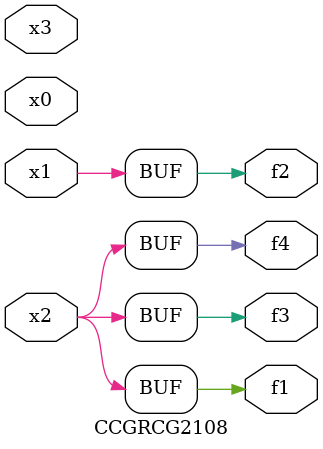
<source format=v>
module CCGRCG2108(
	input x0, x1, x2, x3,
	output f1, f2, f3, f4
);
	assign f1 = x2;
	assign f2 = x1;
	assign f3 = x2;
	assign f4 = x2;
endmodule

</source>
